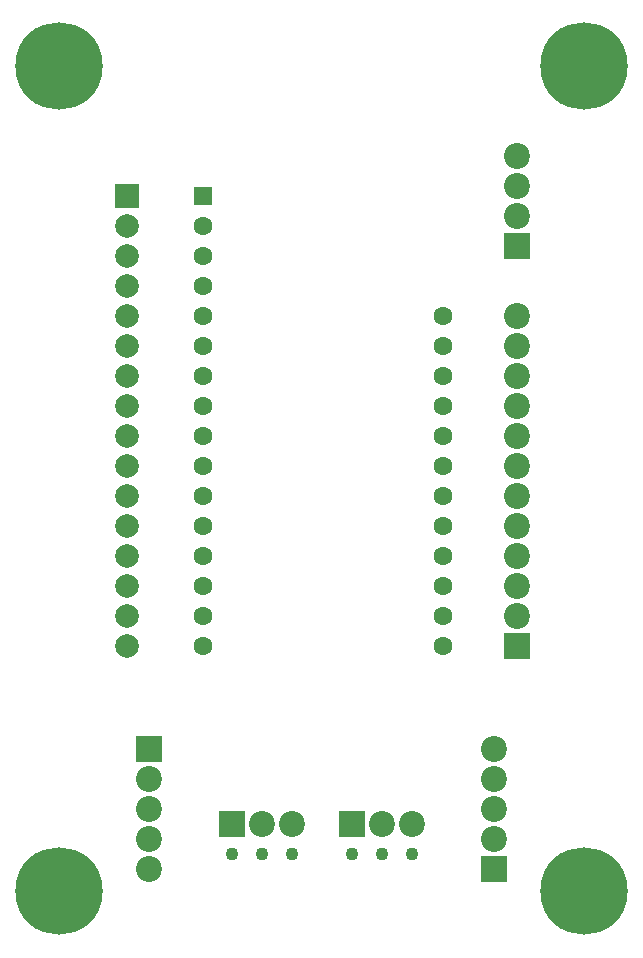
<source format=gbr>
%TF.GenerationSoftware,KiCad,Pcbnew,8.0.2*%
%TF.CreationDate,2024-07-30T13:24:05-06:00*%
%TF.ProjectId,PhotonBreakout,50686f74-6f6e-4427-9265-616b6f75742e,rev?*%
%TF.SameCoordinates,Original*%
%TF.FileFunction,Soldermask,Top*%
%TF.FilePolarity,Negative*%
%FSLAX46Y46*%
G04 Gerber Fmt 4.6, Leading zero omitted, Abs format (unit mm)*
G04 Created by KiCad (PCBNEW 8.0.2) date 2024-07-30 13:24:05*
%MOMM*%
%LPD*%
G01*
G04 APERTURE LIST*
%ADD10C,1.100000*%
%ADD11R,2.200000X2.200000*%
%ADD12C,2.200000*%
%ADD13R,2.000000X2.000000*%
%ADD14C,2.000000*%
%ADD15C,0.800000*%
%ADD16C,7.400000*%
%ADD17C,1.600000*%
%ADD18R,1.600000X1.600000*%
G04 APERTURE END LIST*
D10*
%TO.C,J7*%
X140335000Y-132715000D03*
X142875000Y-132715000D03*
X145415000Y-132715000D03*
D11*
X140335000Y-130175000D03*
D12*
X142875000Y-130175000D03*
X145415000Y-130175000D03*
%TD*%
D13*
%TO.C,J4*%
X121285000Y-77005768D03*
D14*
X121285000Y-79545768D03*
X121285000Y-82085768D03*
X121285000Y-84625768D03*
X121285000Y-87165768D03*
X121285000Y-89705768D03*
X121285000Y-92245768D03*
X121285000Y-94785768D03*
X121285000Y-97325768D03*
X121285000Y-99865768D03*
X121285000Y-102405768D03*
X121285000Y-104945768D03*
X121285000Y-107485768D03*
X121285000Y-110025768D03*
X121285000Y-112565768D03*
X121285000Y-115105768D03*
%TD*%
D12*
%TO.C,J5*%
X152400000Y-123825000D03*
X152400000Y-126365000D03*
X152400000Y-128905000D03*
X152400000Y-131445000D03*
D11*
X152400000Y-133985000D03*
%TD*%
D15*
%TO.C,H3*%
X112795000Y-135890000D03*
X113607779Y-133927779D03*
X113607779Y-137852221D03*
X115570000Y-133115000D03*
D16*
X115570000Y-135890000D03*
D15*
X115570000Y-138665000D03*
X117532221Y-133927779D03*
X117532221Y-137852221D03*
X118345000Y-135890000D03*
%TD*%
D11*
%TO.C,J3*%
X154305000Y-115072162D03*
D12*
X154305000Y-112532162D03*
X154305000Y-109992162D03*
X154305000Y-107452162D03*
X154305000Y-104912162D03*
X154305000Y-102372162D03*
X154305000Y-99832162D03*
X154305000Y-97292162D03*
X154305000Y-94752162D03*
X154305000Y-92212162D03*
X154305000Y-89672162D03*
X154305000Y-87132162D03*
%TD*%
%TO.C,J2*%
X135255000Y-130175000D03*
X132715000Y-130175000D03*
D11*
X130175000Y-130175000D03*
D10*
X135255000Y-132715000D03*
X132715000Y-132715000D03*
X130175000Y-132715000D03*
%TD*%
D11*
%TO.C,J6*%
X123190000Y-123825000D03*
D12*
X123190000Y-126365000D03*
X123190000Y-128905000D03*
X123190000Y-131445000D03*
X123190000Y-133985000D03*
%TD*%
D15*
%TO.C,H2*%
X157245000Y-66040000D03*
X158057779Y-64077779D03*
X158057779Y-68002221D03*
X160020000Y-63265000D03*
D16*
X160020000Y-66040000D03*
D15*
X160020000Y-68815000D03*
X161982221Y-64077779D03*
X161982221Y-68002221D03*
X162795000Y-66040000D03*
%TD*%
%TO.C,H1*%
X112795000Y-66040000D03*
X113607779Y-64077779D03*
X113607779Y-68002221D03*
X115570000Y-63265000D03*
D16*
X115570000Y-66040000D03*
D15*
X115570000Y-68815000D03*
X117532221Y-64077779D03*
X117532221Y-68002221D03*
X118345000Y-66040000D03*
%TD*%
D11*
%TO.C,J1*%
X154305000Y-81280000D03*
D12*
X154305000Y-78740000D03*
X154305000Y-76200000D03*
X154305000Y-73660000D03*
%TD*%
D15*
%TO.C,H4*%
X157245000Y-135890000D03*
X158057779Y-133927779D03*
X158057779Y-137852221D03*
X160020000Y-133115000D03*
D16*
X160020000Y-135890000D03*
D15*
X160020000Y-138665000D03*
X161982221Y-133927779D03*
X161982221Y-137852221D03*
X162795000Y-135890000D03*
%TD*%
D17*
%TO.C,A1*%
X148062500Y-87170000D03*
X148062500Y-89710000D03*
X148062500Y-92250000D03*
X148062500Y-94790000D03*
X148062500Y-97330000D03*
X148062500Y-99870000D03*
X148062500Y-102410000D03*
X148062500Y-104950000D03*
X148062500Y-107490000D03*
X148062500Y-110030000D03*
X148062500Y-112570000D03*
X148062500Y-115110000D03*
X127742500Y-115110000D03*
X127742500Y-112570000D03*
X127742500Y-110030000D03*
X127742500Y-107490000D03*
X127742500Y-104950000D03*
X127742500Y-102410000D03*
X127742500Y-99870000D03*
X127742500Y-97330000D03*
X127742500Y-94790000D03*
X127742500Y-92250000D03*
X127742500Y-89710000D03*
X127742500Y-87170000D03*
X127742500Y-84630000D03*
X127742500Y-82090000D03*
X127742500Y-79550000D03*
D18*
X127742500Y-77010000D03*
%TD*%
M02*

</source>
